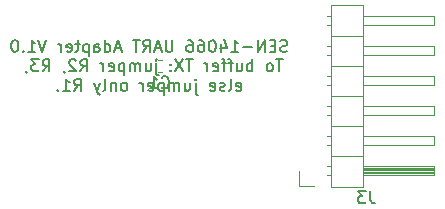
<source format=gbr>
G04 #@! TF.GenerationSoftware,KiCad,Pcbnew,5.0.0-rc3-unknown-14ce5182~65~ubuntu18.04.1*
G04 #@! TF.CreationDate,2018-07-15T20:03:12+01:00*
G04 #@! TF.ProjectId,SEN-14066-adapter,53454E2D31343036362D616461707465,rev?*
G04 #@! TF.SameCoordinates,Original*
G04 #@! TF.FileFunction,Legend,Bot*
G04 #@! TF.FilePolarity,Positive*
%FSLAX46Y46*%
G04 Gerber Fmt 4.6, Leading zero omitted, Abs format (unit mm)*
G04 Created by KiCad (PCBNEW 5.0.0-rc3-unknown-14ce5182~65~ubuntu18.04.1) date Sun Jul 15 20:03:12 2018*
%MOMM*%
%LPD*%
G01*
G04 APERTURE LIST*
%ADD10C,0.150000*%
%ADD11C,0.120000*%
G04 APERTURE END LIST*
D10*
X89136666Y-63524761D02*
X88993809Y-63572380D01*
X88755714Y-63572380D01*
X88660476Y-63524761D01*
X88612857Y-63477142D01*
X88565238Y-63381904D01*
X88565238Y-63286666D01*
X88612857Y-63191428D01*
X88660476Y-63143809D01*
X88755714Y-63096190D01*
X88946190Y-63048571D01*
X89041428Y-63000952D01*
X89089047Y-62953333D01*
X89136666Y-62858095D01*
X89136666Y-62762857D01*
X89089047Y-62667619D01*
X89041428Y-62620000D01*
X88946190Y-62572380D01*
X88708095Y-62572380D01*
X88565238Y-62620000D01*
X88136666Y-63048571D02*
X87803333Y-63048571D01*
X87660476Y-63572380D02*
X88136666Y-63572380D01*
X88136666Y-62572380D01*
X87660476Y-62572380D01*
X87231904Y-63572380D02*
X87231904Y-62572380D01*
X86660476Y-63572380D01*
X86660476Y-62572380D01*
X86184285Y-63191428D02*
X85422380Y-63191428D01*
X84422380Y-63572380D02*
X84993809Y-63572380D01*
X84708095Y-63572380D02*
X84708095Y-62572380D01*
X84803333Y-62715238D01*
X84898571Y-62810476D01*
X84993809Y-62858095D01*
X83565238Y-62905714D02*
X83565238Y-63572380D01*
X83803333Y-62524761D02*
X84041428Y-63239047D01*
X83422380Y-63239047D01*
X82850952Y-62572380D02*
X82755714Y-62572380D01*
X82660476Y-62620000D01*
X82612857Y-62667619D01*
X82565238Y-62762857D01*
X82517619Y-62953333D01*
X82517619Y-63191428D01*
X82565238Y-63381904D01*
X82612857Y-63477142D01*
X82660476Y-63524761D01*
X82755714Y-63572380D01*
X82850952Y-63572380D01*
X82946190Y-63524761D01*
X82993809Y-63477142D01*
X83041428Y-63381904D01*
X83089047Y-63191428D01*
X83089047Y-62953333D01*
X83041428Y-62762857D01*
X82993809Y-62667619D01*
X82946190Y-62620000D01*
X82850952Y-62572380D01*
X81660476Y-62572380D02*
X81850952Y-62572380D01*
X81946190Y-62620000D01*
X81993809Y-62667619D01*
X82089047Y-62810476D01*
X82136666Y-63000952D01*
X82136666Y-63381904D01*
X82089047Y-63477142D01*
X82041428Y-63524761D01*
X81946190Y-63572380D01*
X81755714Y-63572380D01*
X81660476Y-63524761D01*
X81612857Y-63477142D01*
X81565238Y-63381904D01*
X81565238Y-63143809D01*
X81612857Y-63048571D01*
X81660476Y-63000952D01*
X81755714Y-62953333D01*
X81946190Y-62953333D01*
X82041428Y-63000952D01*
X82089047Y-63048571D01*
X82136666Y-63143809D01*
X80708095Y-62572380D02*
X80898571Y-62572380D01*
X80993809Y-62620000D01*
X81041428Y-62667619D01*
X81136666Y-62810476D01*
X81184285Y-63000952D01*
X81184285Y-63381904D01*
X81136666Y-63477142D01*
X81089047Y-63524761D01*
X80993809Y-63572380D01*
X80803333Y-63572380D01*
X80708095Y-63524761D01*
X80660476Y-63477142D01*
X80612857Y-63381904D01*
X80612857Y-63143809D01*
X80660476Y-63048571D01*
X80708095Y-63000952D01*
X80803333Y-62953333D01*
X80993809Y-62953333D01*
X81089047Y-63000952D01*
X81136666Y-63048571D01*
X81184285Y-63143809D01*
X79422380Y-62572380D02*
X79422380Y-63381904D01*
X79374761Y-63477142D01*
X79327142Y-63524761D01*
X79231904Y-63572380D01*
X79041428Y-63572380D01*
X78946190Y-63524761D01*
X78898571Y-63477142D01*
X78850952Y-63381904D01*
X78850952Y-62572380D01*
X78422380Y-63286666D02*
X77946190Y-63286666D01*
X78517619Y-63572380D02*
X78184285Y-62572380D01*
X77850952Y-63572380D01*
X76946190Y-63572380D02*
X77279523Y-63096190D01*
X77517619Y-63572380D02*
X77517619Y-62572380D01*
X77136666Y-62572380D01*
X77041428Y-62620000D01*
X76993809Y-62667619D01*
X76946190Y-62762857D01*
X76946190Y-62905714D01*
X76993809Y-63000952D01*
X77041428Y-63048571D01*
X77136666Y-63096190D01*
X77517619Y-63096190D01*
X76660476Y-62572380D02*
X76089047Y-62572380D01*
X76374761Y-63572380D02*
X76374761Y-62572380D01*
X75041428Y-63286666D02*
X74565238Y-63286666D01*
X75136666Y-63572380D02*
X74803333Y-62572380D01*
X74470000Y-63572380D01*
X73708095Y-63572380D02*
X73708095Y-62572380D01*
X73708095Y-63524761D02*
X73803333Y-63572380D01*
X73993809Y-63572380D01*
X74089047Y-63524761D01*
X74136666Y-63477142D01*
X74184285Y-63381904D01*
X74184285Y-63096190D01*
X74136666Y-63000952D01*
X74089047Y-62953333D01*
X73993809Y-62905714D01*
X73803333Y-62905714D01*
X73708095Y-62953333D01*
X72803333Y-63572380D02*
X72803333Y-63048571D01*
X72850952Y-62953333D01*
X72946190Y-62905714D01*
X73136666Y-62905714D01*
X73231904Y-62953333D01*
X72803333Y-63524761D02*
X72898571Y-63572380D01*
X73136666Y-63572380D01*
X73231904Y-63524761D01*
X73279523Y-63429523D01*
X73279523Y-63334285D01*
X73231904Y-63239047D01*
X73136666Y-63191428D01*
X72898571Y-63191428D01*
X72803333Y-63143809D01*
X72327142Y-62905714D02*
X72327142Y-63905714D01*
X72327142Y-62953333D02*
X72231904Y-62905714D01*
X72041428Y-62905714D01*
X71946190Y-62953333D01*
X71898571Y-63000952D01*
X71850952Y-63096190D01*
X71850952Y-63381904D01*
X71898571Y-63477142D01*
X71946190Y-63524761D01*
X72041428Y-63572380D01*
X72231904Y-63572380D01*
X72327142Y-63524761D01*
X71565238Y-62905714D02*
X71184285Y-62905714D01*
X71422380Y-62572380D02*
X71422380Y-63429523D01*
X71374761Y-63524761D01*
X71279523Y-63572380D01*
X71184285Y-63572380D01*
X70470000Y-63524761D02*
X70565238Y-63572380D01*
X70755714Y-63572380D01*
X70850952Y-63524761D01*
X70898571Y-63429523D01*
X70898571Y-63048571D01*
X70850952Y-62953333D01*
X70755714Y-62905714D01*
X70565238Y-62905714D01*
X70470000Y-62953333D01*
X70422380Y-63048571D01*
X70422380Y-63143809D01*
X70898571Y-63239047D01*
X69993809Y-63572380D02*
X69993809Y-62905714D01*
X69993809Y-63096190D02*
X69946190Y-63000952D01*
X69898571Y-62953333D01*
X69803333Y-62905714D01*
X69708095Y-62905714D01*
X68755714Y-62572380D02*
X68422380Y-63572380D01*
X68089047Y-62572380D01*
X67231904Y-63572380D02*
X67803333Y-63572380D01*
X67517619Y-63572380D02*
X67517619Y-62572380D01*
X67612857Y-62715238D01*
X67708095Y-62810476D01*
X67803333Y-62858095D01*
X66803333Y-63477142D02*
X66755714Y-63524761D01*
X66803333Y-63572380D01*
X66850952Y-63524761D01*
X66803333Y-63477142D01*
X66803333Y-63572380D01*
X66136666Y-62572380D02*
X66041428Y-62572380D01*
X65946190Y-62620000D01*
X65898571Y-62667619D01*
X65850952Y-62762857D01*
X65803333Y-62953333D01*
X65803333Y-63191428D01*
X65850952Y-63381904D01*
X65898571Y-63477142D01*
X65946190Y-63524761D01*
X66041428Y-63572380D01*
X66136666Y-63572380D01*
X66231904Y-63524761D01*
X66279523Y-63477142D01*
X66327142Y-63381904D01*
X66374761Y-63191428D01*
X66374761Y-62953333D01*
X66327142Y-62762857D01*
X66279523Y-62667619D01*
X66231904Y-62620000D01*
X66136666Y-62572380D01*
X88779523Y-64222380D02*
X88208095Y-64222380D01*
X88493809Y-65222380D02*
X88493809Y-64222380D01*
X87731904Y-65222380D02*
X87827142Y-65174761D01*
X87874761Y-65127142D01*
X87922380Y-65031904D01*
X87922380Y-64746190D01*
X87874761Y-64650952D01*
X87827142Y-64603333D01*
X87731904Y-64555714D01*
X87589047Y-64555714D01*
X87493809Y-64603333D01*
X87446190Y-64650952D01*
X87398571Y-64746190D01*
X87398571Y-65031904D01*
X87446190Y-65127142D01*
X87493809Y-65174761D01*
X87589047Y-65222380D01*
X87731904Y-65222380D01*
X86208095Y-65222380D02*
X86208095Y-64222380D01*
X86208095Y-64603333D02*
X86112857Y-64555714D01*
X85922380Y-64555714D01*
X85827142Y-64603333D01*
X85779523Y-64650952D01*
X85731904Y-64746190D01*
X85731904Y-65031904D01*
X85779523Y-65127142D01*
X85827142Y-65174761D01*
X85922380Y-65222380D01*
X86112857Y-65222380D01*
X86208095Y-65174761D01*
X84874761Y-64555714D02*
X84874761Y-65222380D01*
X85303333Y-64555714D02*
X85303333Y-65079523D01*
X85255714Y-65174761D01*
X85160476Y-65222380D01*
X85017619Y-65222380D01*
X84922380Y-65174761D01*
X84874761Y-65127142D01*
X84541428Y-64555714D02*
X84160476Y-64555714D01*
X84398571Y-65222380D02*
X84398571Y-64365238D01*
X84350952Y-64270000D01*
X84255714Y-64222380D01*
X84160476Y-64222380D01*
X83970000Y-64555714D02*
X83589047Y-64555714D01*
X83827142Y-65222380D02*
X83827142Y-64365238D01*
X83779523Y-64270000D01*
X83684285Y-64222380D01*
X83589047Y-64222380D01*
X82874761Y-65174761D02*
X82970000Y-65222380D01*
X83160476Y-65222380D01*
X83255714Y-65174761D01*
X83303333Y-65079523D01*
X83303333Y-64698571D01*
X83255714Y-64603333D01*
X83160476Y-64555714D01*
X82970000Y-64555714D01*
X82874761Y-64603333D01*
X82827142Y-64698571D01*
X82827142Y-64793809D01*
X83303333Y-64889047D01*
X82398571Y-65222380D02*
X82398571Y-64555714D01*
X82398571Y-64746190D02*
X82350952Y-64650952D01*
X82303333Y-64603333D01*
X82208095Y-64555714D01*
X82112857Y-64555714D01*
X81160476Y-64222380D02*
X80589047Y-64222380D01*
X80874761Y-65222380D02*
X80874761Y-64222380D01*
X80350952Y-64222380D02*
X79684285Y-65222380D01*
X79684285Y-64222380D02*
X80350952Y-65222380D01*
X79303333Y-65127142D02*
X79255714Y-65174761D01*
X79303333Y-65222380D01*
X79350952Y-65174761D01*
X79303333Y-65127142D01*
X79303333Y-65222380D01*
X79303333Y-64603333D02*
X79255714Y-64650952D01*
X79303333Y-64698571D01*
X79350952Y-64650952D01*
X79303333Y-64603333D01*
X79303333Y-64698571D01*
X78065238Y-64555714D02*
X78065238Y-65412857D01*
X78112857Y-65508095D01*
X78208095Y-65555714D01*
X78255714Y-65555714D01*
X78065238Y-64222380D02*
X78112857Y-64270000D01*
X78065238Y-64317619D01*
X78017619Y-64270000D01*
X78065238Y-64222380D01*
X78065238Y-64317619D01*
X77160476Y-64555714D02*
X77160476Y-65222380D01*
X77589047Y-64555714D02*
X77589047Y-65079523D01*
X77541428Y-65174761D01*
X77446190Y-65222380D01*
X77303333Y-65222380D01*
X77208095Y-65174761D01*
X77160476Y-65127142D01*
X76684285Y-65222380D02*
X76684285Y-64555714D01*
X76684285Y-64650952D02*
X76636666Y-64603333D01*
X76541428Y-64555714D01*
X76398571Y-64555714D01*
X76303333Y-64603333D01*
X76255714Y-64698571D01*
X76255714Y-65222380D01*
X76255714Y-64698571D02*
X76208095Y-64603333D01*
X76112857Y-64555714D01*
X75970000Y-64555714D01*
X75874761Y-64603333D01*
X75827142Y-64698571D01*
X75827142Y-65222380D01*
X75350952Y-64555714D02*
X75350952Y-65555714D01*
X75350952Y-64603333D02*
X75255714Y-64555714D01*
X75065238Y-64555714D01*
X74970000Y-64603333D01*
X74922380Y-64650952D01*
X74874761Y-64746190D01*
X74874761Y-65031904D01*
X74922380Y-65127142D01*
X74970000Y-65174761D01*
X75065238Y-65222380D01*
X75255714Y-65222380D01*
X75350952Y-65174761D01*
X74065238Y-65174761D02*
X74160476Y-65222380D01*
X74350952Y-65222380D01*
X74446190Y-65174761D01*
X74493809Y-65079523D01*
X74493809Y-64698571D01*
X74446190Y-64603333D01*
X74350952Y-64555714D01*
X74160476Y-64555714D01*
X74065238Y-64603333D01*
X74017619Y-64698571D01*
X74017619Y-64793809D01*
X74493809Y-64889047D01*
X73589047Y-65222380D02*
X73589047Y-64555714D01*
X73589047Y-64746190D02*
X73541428Y-64650952D01*
X73493809Y-64603333D01*
X73398571Y-64555714D01*
X73303333Y-64555714D01*
X71636666Y-65222380D02*
X71970000Y-64746190D01*
X72208095Y-65222380D02*
X72208095Y-64222380D01*
X71827142Y-64222380D01*
X71731904Y-64270000D01*
X71684285Y-64317619D01*
X71636666Y-64412857D01*
X71636666Y-64555714D01*
X71684285Y-64650952D01*
X71731904Y-64698571D01*
X71827142Y-64746190D01*
X72208095Y-64746190D01*
X71255714Y-64317619D02*
X71208095Y-64270000D01*
X71112857Y-64222380D01*
X70874761Y-64222380D01*
X70779523Y-64270000D01*
X70731904Y-64317619D01*
X70684285Y-64412857D01*
X70684285Y-64508095D01*
X70731904Y-64650952D01*
X71303333Y-65222380D01*
X70684285Y-65222380D01*
X70208095Y-65174761D02*
X70208095Y-65222380D01*
X70255714Y-65317619D01*
X70303333Y-65365238D01*
X68446190Y-65222380D02*
X68779523Y-64746190D01*
X69017619Y-65222380D02*
X69017619Y-64222380D01*
X68636666Y-64222380D01*
X68541428Y-64270000D01*
X68493809Y-64317619D01*
X68446190Y-64412857D01*
X68446190Y-64555714D01*
X68493809Y-64650952D01*
X68541428Y-64698571D01*
X68636666Y-64746190D01*
X69017619Y-64746190D01*
X68112857Y-64222380D02*
X67493809Y-64222380D01*
X67827142Y-64603333D01*
X67684285Y-64603333D01*
X67589047Y-64650952D01*
X67541428Y-64698571D01*
X67493809Y-64793809D01*
X67493809Y-65031904D01*
X67541428Y-65127142D01*
X67589047Y-65174761D01*
X67684285Y-65222380D01*
X67970000Y-65222380D01*
X68065238Y-65174761D01*
X68112857Y-65127142D01*
X67017619Y-65174761D02*
X67017619Y-65222380D01*
X67065238Y-65317619D01*
X67112857Y-65365238D01*
X84827142Y-66824761D02*
X84922380Y-66872380D01*
X85112857Y-66872380D01*
X85208095Y-66824761D01*
X85255714Y-66729523D01*
X85255714Y-66348571D01*
X85208095Y-66253333D01*
X85112857Y-66205714D01*
X84922380Y-66205714D01*
X84827142Y-66253333D01*
X84779523Y-66348571D01*
X84779523Y-66443809D01*
X85255714Y-66539047D01*
X84208095Y-66872380D02*
X84303333Y-66824761D01*
X84350952Y-66729523D01*
X84350952Y-65872380D01*
X83874761Y-66824761D02*
X83779523Y-66872380D01*
X83589047Y-66872380D01*
X83493809Y-66824761D01*
X83446190Y-66729523D01*
X83446190Y-66681904D01*
X83493809Y-66586666D01*
X83589047Y-66539047D01*
X83731904Y-66539047D01*
X83827142Y-66491428D01*
X83874761Y-66396190D01*
X83874761Y-66348571D01*
X83827142Y-66253333D01*
X83731904Y-66205714D01*
X83589047Y-66205714D01*
X83493809Y-66253333D01*
X82636666Y-66824761D02*
X82731904Y-66872380D01*
X82922380Y-66872380D01*
X83017619Y-66824761D01*
X83065238Y-66729523D01*
X83065238Y-66348571D01*
X83017619Y-66253333D01*
X82922380Y-66205714D01*
X82731904Y-66205714D01*
X82636666Y-66253333D01*
X82589047Y-66348571D01*
X82589047Y-66443809D01*
X83065238Y-66539047D01*
X81398571Y-66205714D02*
X81398571Y-67062857D01*
X81446190Y-67158095D01*
X81541428Y-67205714D01*
X81589047Y-67205714D01*
X81398571Y-65872380D02*
X81446190Y-65920000D01*
X81398571Y-65967619D01*
X81350952Y-65920000D01*
X81398571Y-65872380D01*
X81398571Y-65967619D01*
X80493809Y-66205714D02*
X80493809Y-66872380D01*
X80922380Y-66205714D02*
X80922380Y-66729523D01*
X80874761Y-66824761D01*
X80779523Y-66872380D01*
X80636666Y-66872380D01*
X80541428Y-66824761D01*
X80493809Y-66777142D01*
X80017619Y-66872380D02*
X80017619Y-66205714D01*
X80017619Y-66300952D02*
X79970000Y-66253333D01*
X79874761Y-66205714D01*
X79731904Y-66205714D01*
X79636666Y-66253333D01*
X79589047Y-66348571D01*
X79589047Y-66872380D01*
X79589047Y-66348571D02*
X79541428Y-66253333D01*
X79446190Y-66205714D01*
X79303333Y-66205714D01*
X79208095Y-66253333D01*
X79160476Y-66348571D01*
X79160476Y-66872380D01*
X78684285Y-66205714D02*
X78684285Y-67205714D01*
X78684285Y-66253333D02*
X78589047Y-66205714D01*
X78398571Y-66205714D01*
X78303333Y-66253333D01*
X78255714Y-66300952D01*
X78208095Y-66396190D01*
X78208095Y-66681904D01*
X78255714Y-66777142D01*
X78303333Y-66824761D01*
X78398571Y-66872380D01*
X78589047Y-66872380D01*
X78684285Y-66824761D01*
X77398571Y-66824761D02*
X77493809Y-66872380D01*
X77684285Y-66872380D01*
X77779523Y-66824761D01*
X77827142Y-66729523D01*
X77827142Y-66348571D01*
X77779523Y-66253333D01*
X77684285Y-66205714D01*
X77493809Y-66205714D01*
X77398571Y-66253333D01*
X77350952Y-66348571D01*
X77350952Y-66443809D01*
X77827142Y-66539047D01*
X76922380Y-66872380D02*
X76922380Y-66205714D01*
X76922380Y-66396190D02*
X76874761Y-66300952D01*
X76827142Y-66253333D01*
X76731904Y-66205714D01*
X76636666Y-66205714D01*
X75398571Y-66872380D02*
X75493809Y-66824761D01*
X75541428Y-66777142D01*
X75589047Y-66681904D01*
X75589047Y-66396190D01*
X75541428Y-66300952D01*
X75493809Y-66253333D01*
X75398571Y-66205714D01*
X75255714Y-66205714D01*
X75160476Y-66253333D01*
X75112857Y-66300952D01*
X75065238Y-66396190D01*
X75065238Y-66681904D01*
X75112857Y-66777142D01*
X75160476Y-66824761D01*
X75255714Y-66872380D01*
X75398571Y-66872380D01*
X74636666Y-66205714D02*
X74636666Y-66872380D01*
X74636666Y-66300952D02*
X74589047Y-66253333D01*
X74493809Y-66205714D01*
X74350952Y-66205714D01*
X74255714Y-66253333D01*
X74208095Y-66348571D01*
X74208095Y-66872380D01*
X73589047Y-66872380D02*
X73684285Y-66824761D01*
X73731904Y-66729523D01*
X73731904Y-65872380D01*
X73303333Y-66205714D02*
X73065238Y-66872380D01*
X72827142Y-66205714D02*
X73065238Y-66872380D01*
X73160476Y-67110476D01*
X73208095Y-67158095D01*
X73303333Y-67205714D01*
X71112857Y-66872380D02*
X71446190Y-66396190D01*
X71684285Y-66872380D02*
X71684285Y-65872380D01*
X71303333Y-65872380D01*
X71208095Y-65920000D01*
X71160476Y-65967619D01*
X71112857Y-66062857D01*
X71112857Y-66205714D01*
X71160476Y-66300952D01*
X71208095Y-66348571D01*
X71303333Y-66396190D01*
X71684285Y-66396190D01*
X70160476Y-66872380D02*
X70731904Y-66872380D01*
X70446190Y-66872380D02*
X70446190Y-65872380D01*
X70541428Y-66015238D01*
X70636666Y-66110476D01*
X70731904Y-66158095D01*
X69731904Y-66777142D02*
X69684285Y-66824761D01*
X69731904Y-66872380D01*
X69779523Y-66824761D01*
X69731904Y-66777142D01*
X69731904Y-66872380D01*
D11*
G04 #@! TO.C,J3*
X90170000Y-74930000D02*
X91440000Y-74930000D01*
X90170000Y-73660000D02*
X90170000Y-74930000D01*
X92482929Y-60580000D02*
X92880000Y-60580000D01*
X92482929Y-61340000D02*
X92880000Y-61340000D01*
X101540000Y-60580000D02*
X95540000Y-60580000D01*
X101540000Y-61340000D02*
X101540000Y-60580000D01*
X95540000Y-61340000D02*
X101540000Y-61340000D01*
X92880000Y-62230000D02*
X95540000Y-62230000D01*
X92482929Y-63120000D02*
X92880000Y-63120000D01*
X92482929Y-63880000D02*
X92880000Y-63880000D01*
X101540000Y-63120000D02*
X95540000Y-63120000D01*
X101540000Y-63880000D02*
X101540000Y-63120000D01*
X95540000Y-63880000D02*
X101540000Y-63880000D01*
X92880000Y-64770000D02*
X95540000Y-64770000D01*
X92482929Y-65660000D02*
X92880000Y-65660000D01*
X92482929Y-66420000D02*
X92880000Y-66420000D01*
X101540000Y-65660000D02*
X95540000Y-65660000D01*
X101540000Y-66420000D02*
X101540000Y-65660000D01*
X95540000Y-66420000D02*
X101540000Y-66420000D01*
X92880000Y-67310000D02*
X95540000Y-67310000D01*
X92482929Y-68200000D02*
X92880000Y-68200000D01*
X92482929Y-68960000D02*
X92880000Y-68960000D01*
X101540000Y-68200000D02*
X95540000Y-68200000D01*
X101540000Y-68960000D02*
X101540000Y-68200000D01*
X95540000Y-68960000D02*
X101540000Y-68960000D01*
X92880000Y-69850000D02*
X95540000Y-69850000D01*
X92482929Y-70740000D02*
X92880000Y-70740000D01*
X92482929Y-71500000D02*
X92880000Y-71500000D01*
X101540000Y-70740000D02*
X95540000Y-70740000D01*
X101540000Y-71500000D02*
X101540000Y-70740000D01*
X95540000Y-71500000D02*
X101540000Y-71500000D01*
X92880000Y-72390000D02*
X95540000Y-72390000D01*
X92550000Y-73280000D02*
X92880000Y-73280000D01*
X92550000Y-74040000D02*
X92880000Y-74040000D01*
X95540000Y-73380000D02*
X101540000Y-73380000D01*
X95540000Y-73500000D02*
X101540000Y-73500000D01*
X95540000Y-73620000D02*
X101540000Y-73620000D01*
X95540000Y-73740000D02*
X101540000Y-73740000D01*
X95540000Y-73860000D02*
X101540000Y-73860000D01*
X95540000Y-73980000D02*
X101540000Y-73980000D01*
X101540000Y-73280000D02*
X95540000Y-73280000D01*
X101540000Y-74040000D02*
X101540000Y-73280000D01*
X95540000Y-74040000D02*
X101540000Y-74040000D01*
X95540000Y-74990000D02*
X92880000Y-74990000D01*
X95540000Y-59630000D02*
X95540000Y-74990000D01*
X92880000Y-59630000D02*
X95540000Y-59630000D01*
X92880000Y-74990000D02*
X92880000Y-59630000D01*
G04 #@! TO.C,C1*
X78173733Y-65280000D02*
X78516267Y-65280000D01*
X78173733Y-64260000D02*
X78516267Y-64260000D01*
G04 #@! TO.C,J3*
D10*
X96158333Y-75382380D02*
X96158333Y-76096666D01*
X96205952Y-76239523D01*
X96301190Y-76334761D01*
X96444047Y-76382380D01*
X96539285Y-76382380D01*
X95777380Y-75382380D02*
X95158333Y-75382380D01*
X95491666Y-75763333D01*
X95348809Y-75763333D01*
X95253571Y-75810952D01*
X95205952Y-75858571D01*
X95158333Y-75953809D01*
X95158333Y-76191904D01*
X95205952Y-76287142D01*
X95253571Y-76334761D01*
X95348809Y-76382380D01*
X95634523Y-76382380D01*
X95729761Y-76334761D01*
X95777380Y-76287142D01*
G04 #@! TO.C,C1*
X78511666Y-66557142D02*
X78559285Y-66604761D01*
X78702142Y-66652380D01*
X78797380Y-66652380D01*
X78940238Y-66604761D01*
X79035476Y-66509523D01*
X79083095Y-66414285D01*
X79130714Y-66223809D01*
X79130714Y-66080952D01*
X79083095Y-65890476D01*
X79035476Y-65795238D01*
X78940238Y-65700000D01*
X78797380Y-65652380D01*
X78702142Y-65652380D01*
X78559285Y-65700000D01*
X78511666Y-65747619D01*
X77559285Y-66652380D02*
X78130714Y-66652380D01*
X77845000Y-66652380D02*
X77845000Y-65652380D01*
X77940238Y-65795238D01*
X78035476Y-65890476D01*
X78130714Y-65938095D01*
G04 #@! TD*
M02*

</source>
